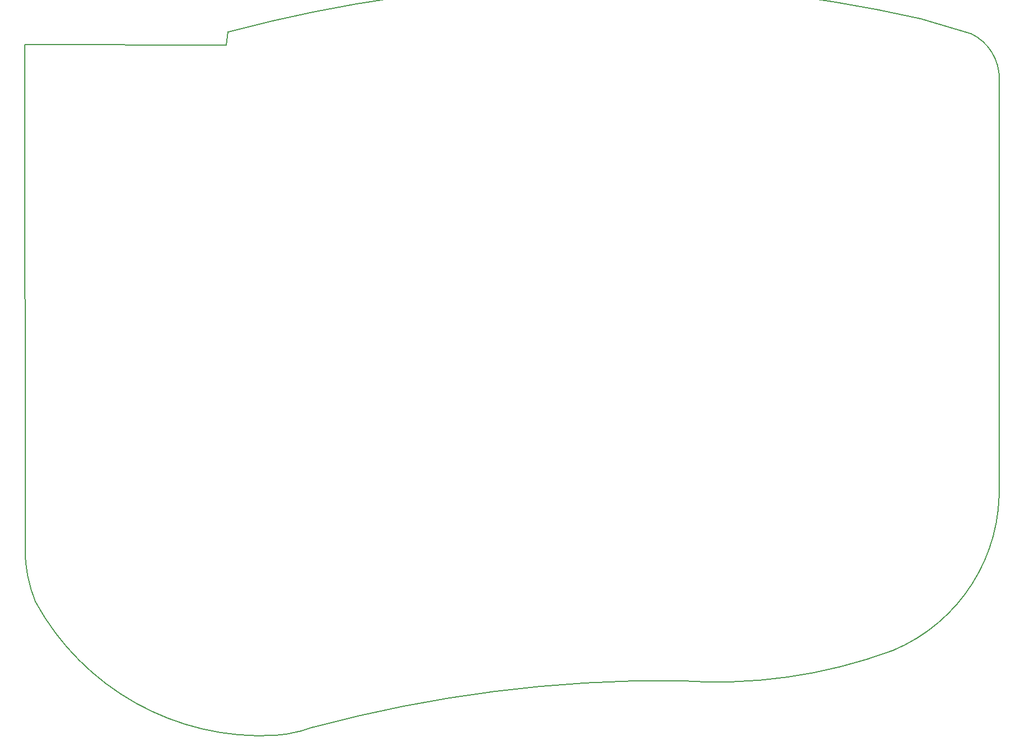
<source format=gbr>
G04 #@! TF.GenerationSoftware,KiCad,Pcbnew,5.99.0-unknown-4920692bcd~125~ubuntu20.04.1*
G04 #@! TF.CreationDate,2021-04-21T16:01:26+01:00*
G04 #@! TF.ProjectId,bottom,626f7474-6f6d-42e6-9b69-6361645f7063,rev?*
G04 #@! TF.SameCoordinates,Original*
G04 #@! TF.FileFunction,Profile,NP*
%FSLAX46Y46*%
G04 Gerber Fmt 4.6, Leading zero omitted, Abs format (unit mm)*
G04 Created by KiCad (PCBNEW 5.99.0-unknown-4920692bcd~125~ubuntu20.04.1) date 2021-04-21 16:01:26*
%MOMM*%
%LPD*%
G01*
G04 APERTURE LIST*
G04 #@! TA.AperFunction,Profile*
%ADD10C,0.200000*%
G04 #@! TD*
G04 APERTURE END LIST*
D10*
X132997409Y-151014164D02*
X130887500Y-151642865D01*
X88648218Y-45961647D02*
X88649494Y-123646193D01*
X238481100Y-70565005D02*
X238480600Y-60655200D01*
X234069440Y-44209815D02*
G75*
G02*
X238478151Y-51285495I-3256277J-6940248D01*
G01*
X90244318Y-131694880D02*
G75*
G02*
X88649494Y-123646193I19938998J8133205D01*
G01*
X119812477Y-44006359D02*
G75*
G02*
X226391009Y-41948862I57454457J-214728554D01*
G01*
X130887500Y-151642865D02*
G75*
G02*
X127063973Y-152277423I-5185332J19407610D01*
G01*
X127063973Y-152277422D02*
G75*
G02*
X90244319Y-131694880I-2085705J39493130D01*
G01*
X238478151Y-51285495D02*
X238480550Y-53233830D01*
X119636018Y-45987047D02*
X119814018Y-44005847D01*
X132997409Y-151014163D02*
G75*
G02*
X189052200Y-143840200I54239879J-201228008D01*
G01*
X238481100Y-70565005D02*
X238426030Y-113461972D01*
X238426030Y-113461972D02*
G75*
G02*
X222094175Y-139208147I-26548599J-1212205D01*
G01*
X222094175Y-139208147D02*
G75*
G02*
X189052200Y-143840200I-27116862J73267868D01*
G01*
X238480600Y-60655200D02*
X238480550Y-53233830D01*
X88648218Y-45961647D02*
X119636018Y-45987047D01*
X226391009Y-41948862D02*
X234069440Y-44209815D01*
M02*

</source>
